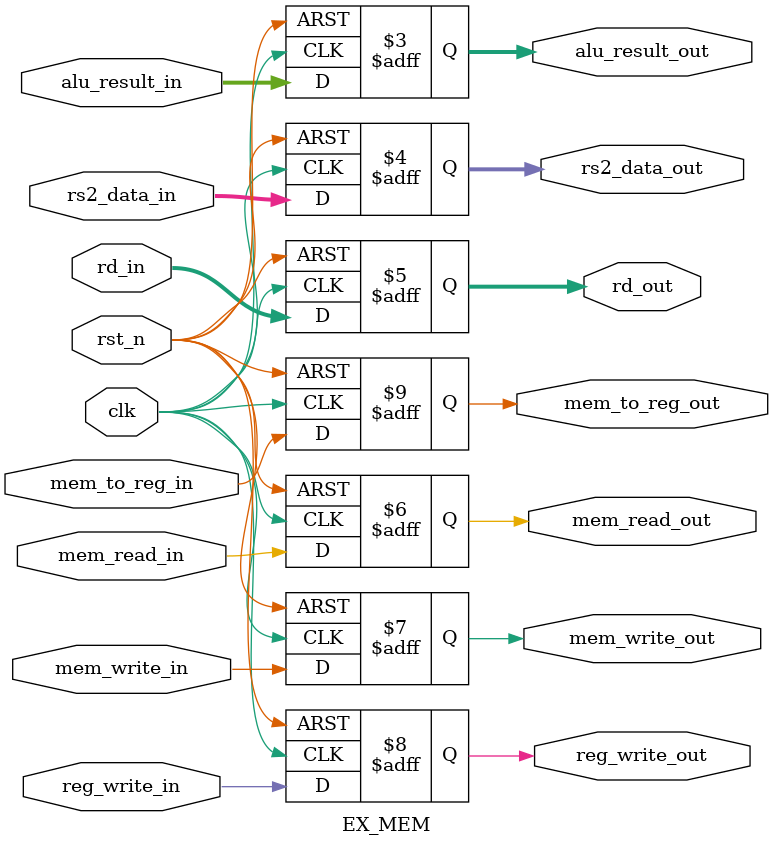
<source format=sv>
module EX_MEM (
    input wire clk,
    input wire rst_n,
    input wire [31:0] alu_result_in,
    input wire [31:0] rs2_data_in,
    input wire [4:0] rd_in,
    input wire mem_read_in,
    input wire mem_write_in,
    input wire reg_write_in,
    input wire mem_to_reg_in,
    output reg [31:0] alu_result_out,
    output reg [31:0] rs2_data_out,
    output reg [4:0] rd_out,
    output reg mem_read_out,
    output reg mem_write_out,
    output reg reg_write_out,
    output reg mem_to_reg_out
);
    always @(posedge clk or negedge rst_n) begin
        if (!rst_n) begin
            alu_result_out <= 32'b0;
            rs2_data_out <= 32'b0;
            rd_out <= 5'b0;
            mem_read_out <= 1'b0;
            mem_write_out <= 1'b0;
            reg_write_out <= 1'b0;
            mem_to_reg_out <= 1'b0;
        end else begin
            alu_result_out <= alu_result_in;
            rs2_data_out <= rs2_data_in;
            rd_out <= rd_in;
            mem_read_out <= mem_read_in;
            mem_write_out <= mem_write_in;
            reg_write_out <= reg_write_in;
            mem_to_reg_out <= mem_to_reg_in;
        end
    end
endmodule
</source>
